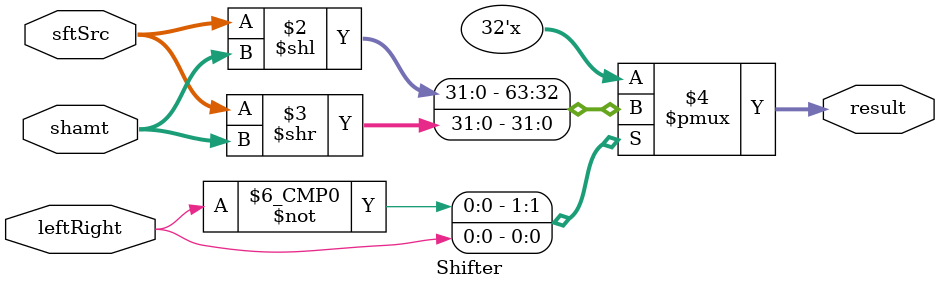
<source format=v>
module Shifter (
    result,
    leftRight,
    shamt,
    sftSrc
);

  //I/O ports
  output [32-1:0] result;

  input leftRight;
  input [5-1:0] shamt;
  input [32-1:0] sftSrc;

  //Internal Signals
  reg [32-1:0] result;

  //Main function
  /*your code here*/
  
	always @(leftRight, shamt, sftSrc) begin
		case (leftRight)
			//sll
			1'b0: result <= (sftSrc << shamt);
			
			//srl
			1'b1: result <= (sftSrc >> shamt);
		endcase
	end


endmodule

</source>
